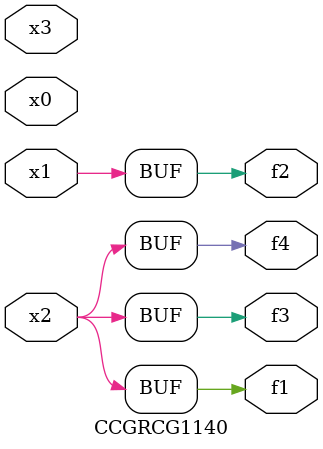
<source format=v>
module CCGRCG1140(
	input x0, x1, x2, x3,
	output f1, f2, f3, f4
);
	assign f1 = x2;
	assign f2 = x1;
	assign f3 = x2;
	assign f4 = x2;
endmodule

</source>
